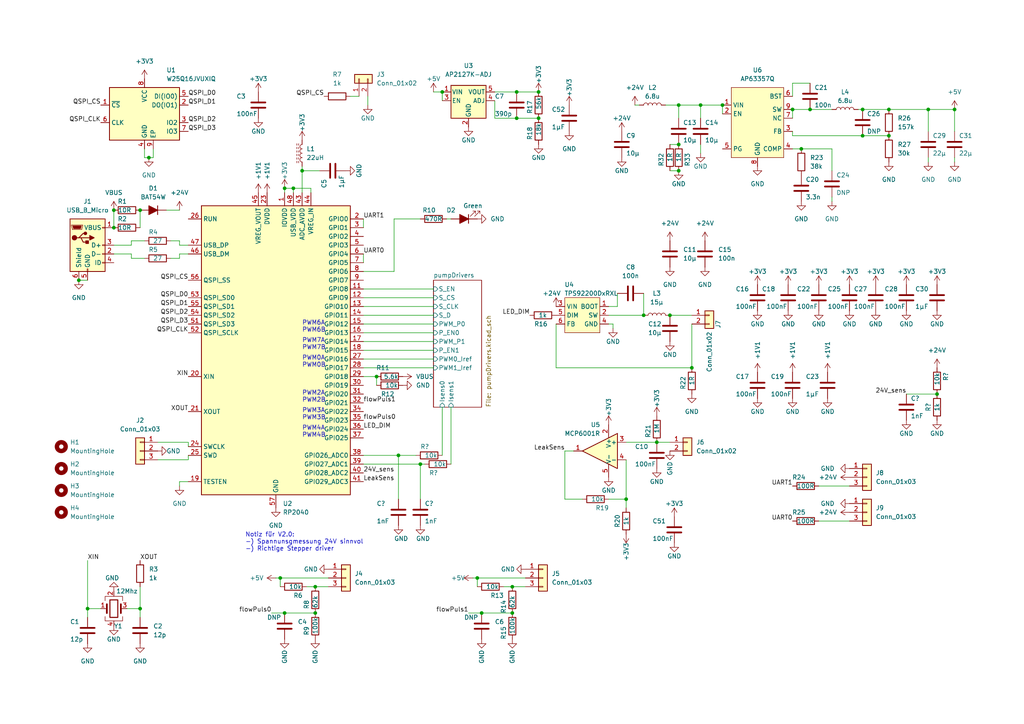
<source format=kicad_sch>
(kicad_sch (version 20230121) (generator eeschema)
  (paper "A4")
  (junction (at 194.31 91.44))
  (junction (at 200.66 106.68))
  (junction (at 82.55 177.8))
  (junction (at 234.95 31.75))
  (junction (at 203.2 30.48))
  (junction (at 196.85 41.91))
  (junction (at 209.55 30.48))
  (junction (at 229.87 31.75))
  (junction (at 196.85 49.53))
  (junction (at 250.19 31.75))
  (junction (at 190.5 128.27))
  (junction (at 156.21 26.67))
  (junction (at 148.59 170.18))
  (junction (at 276.86 31.75))
  (junction (at 40.64 60.96))
  (junction (at 40.64 176.53))
  (junction (at 138.43 167.64))
  (junction (at 22.86 81.28))
  (junction (at 33.02 66.04))
  (junction (at 181.61 144.78))
  (junction (at 156.21 34.29))
  (junction (at 82.55 54.61))
  (junction (at 109.22 109.22))
  (junction (at 87.63 49.53))
  (junction (at 196.85 30.48))
  (junction (at 148.59 177.8))
  (junction (at 257.81 31.75))
  (junction (at 33.02 60.96))
  (junction (at 269.24 31.75))
  (junction (at 43.18 45.72))
  (junction (at 91.44 170.18))
  (junction (at 232.41 43.18))
  (junction (at 121.92 134.62))
  (junction (at 85.09 54.61))
  (junction (at 128.27 26.67))
  (junction (at 257.81 39.37))
  (junction (at 25.4 176.53))
  (junction (at 250.19 39.37))
  (junction (at 149.86 34.29))
  (junction (at 186.69 91.44))
  (junction (at 91.44 177.8))
  (junction (at 271.78 114.3))
  (junction (at 81.28 167.64))
  (junction (at 115.57 132.08))
  (junction (at 149.86 26.67))
  (junction (at 139.7 177.8))
  (wire (pts (xy 248.92 31.75) (xy 250.19 31.75)))
  (wire (pts (xy 232.41 43.18) (xy 229.87 43.18)))
  (wire (pts (xy 177.8 95.25) (xy 177.8 93.98)))
  (wire (pts (xy 41.91 69.85) (xy 38.1 69.85)))
  (wire (pts (xy 203.2 30.48) (xy 209.55 30.48)))
  (wire (pts (xy 87.63 49.53) (xy 92.71 49.53)))
  (wire (pts (xy 186.69 85.09) (xy 186.69 91.44)))
  (wire (pts (xy 138.43 167.64) (xy 152.4 167.64)))
  (wire (pts (xy 105.41 104.14) (xy 125.73 104.14)))
  (wire (pts (xy 276.86 38.1) (xy 276.86 31.75)))
  (wire (pts (xy 48.26 60.96) (xy 52.07 60.96)))
  (wire (pts (xy 109.22 109.22) (xy 109.22 111.76)))
  (wire (pts (xy 106.68 27.94) (xy 106.68 30.48)))
  (wire (pts (xy 115.57 132.08) (xy 120.65 132.08)))
  (wire (pts (xy 128.27 26.67) (xy 128.27 29.21)))
  (wire (pts (xy 179.07 85.09) (xy 179.07 88.9)))
  (wire (pts (xy 105.41 106.68) (xy 125.73 106.68)))
  (wire (pts (xy 176.53 91.44) (xy 186.69 91.44)))
  (wire (pts (xy 121.92 134.62) (xy 123.19 134.62)))
  (wire (pts (xy 276.86 46.99) (xy 276.86 45.72)))
  (wire (pts (xy 105.41 86.36) (xy 125.73 86.36)))
  (wire (pts (xy 139.7 177.8) (xy 148.59 177.8)))
  (wire (pts (xy 203.2 34.29) (xy 203.2 30.48)))
  (wire (pts (xy 88.9 170.18) (xy 91.44 170.18)))
  (wire (pts (xy 161.29 106.68) (xy 200.66 106.68)))
  (wire (pts (xy 105.41 63.5) (xy 105.41 66.04)))
  (wire (pts (xy 54.61 71.12) (xy 52.07 71.12)))
  (wire (pts (xy 105.41 99.06) (xy 125.73 99.06)))
  (wire (pts (xy 203.2 44.45) (xy 203.2 41.91)))
  (wire (pts (xy 177.8 93.98) (xy 176.53 93.98)))
  (wire (pts (xy 49.53 74.93) (xy 52.07 74.93)))
  (wire (pts (xy 209.55 30.48) (xy 209.55 33.02)))
  (wire (pts (xy 137.16 167.64) (xy 138.43 167.64)))
  (wire (pts (xy 38.1 74.93) (xy 41.91 74.93)))
  (wire (pts (xy 105.41 109.22) (xy 109.22 109.22)))
  (wire (pts (xy 85.09 54.61) (xy 85.09 55.88)))
  (wire (pts (xy 130.81 134.62) (xy 130.81 118.11)))
  (wire (pts (xy 128.27 132.08) (xy 128.27 118.11)))
  (wire (pts (xy 25.4 179.07) (xy 25.4 176.53)))
  (wire (pts (xy 22.86 81.28) (xy 25.4 81.28)))
  (wire (pts (xy 196.85 34.29) (xy 196.85 30.48)))
  (wire (pts (xy 269.24 46.99) (xy 269.24 45.72)))
  (wire (pts (xy 52.07 73.66) (xy 54.61 73.66)))
  (wire (pts (xy 190.5 128.27) (xy 194.31 128.27)))
  (wire (pts (xy 138.43 167.64) (xy 138.43 170.18)))
  (wire (pts (xy 229.87 27.94) (xy 229.87 24.13)))
  (wire (pts (xy 82.55 177.8) (xy 91.44 177.8)))
  (wire (pts (xy 81.28 167.64) (xy 95.25 167.64)))
  (wire (pts (xy 105.41 96.52) (xy 125.73 96.52)))
  (wire (pts (xy 250.19 31.75) (xy 257.81 31.75)))
  (wire (pts (xy 194.31 41.91) (xy 196.85 41.91)))
  (wire (pts (xy 193.04 30.48) (xy 196.85 30.48)))
  (wire (pts (xy 105.41 73.66) (xy 105.41 76.2)))
  (wire (pts (xy 143.51 29.21) (xy 143.51 34.29)))
  (wire (pts (xy 149.86 34.29) (xy 156.21 34.29)))
  (wire (pts (xy 91.44 170.18) (xy 95.25 170.18)))
  (wire (pts (xy 40.64 60.96) (xy 40.64 66.04)))
  (wire (pts (xy 184.15 30.48) (xy 185.42 30.48)))
  (wire (pts (xy 115.57 144.78) (xy 115.57 132.08)))
  (wire (pts (xy 129.54 63.5) (xy 130.81 63.5)))
  (wire (pts (xy 87.63 49.53) (xy 87.63 55.88)))
  (wire (pts (xy 135.89 177.8) (xy 139.7 177.8)))
  (wire (pts (xy 54.61 129.54) (xy 54.61 128.27)))
  (wire (pts (xy 143.51 26.67) (xy 149.86 26.67)))
  (wire (pts (xy 38.1 69.85) (xy 38.1 71.12)))
  (wire (pts (xy 40.64 176.53) (xy 40.64 179.07)))
  (wire (pts (xy 52.07 140.97) (xy 52.07 139.7)))
  (wire (pts (xy 229.87 39.37) (xy 250.19 39.37)))
  (wire (pts (xy 90.17 54.61) (xy 90.17 55.88)))
  (wire (pts (xy 276.86 31.75) (xy 269.24 31.75)))
  (wire (pts (xy 85.09 54.61) (xy 90.17 54.61)))
  (wire (pts (xy 52.07 74.93) (xy 52.07 73.66)))
  (wire (pts (xy 125.73 26.67) (xy 128.27 26.67)))
  (wire (pts (xy 146.05 170.18) (xy 148.59 170.18)))
  (wire (pts (xy 78.74 177.8) (xy 82.55 177.8)))
  (wire (pts (xy 229.87 24.13) (xy 234.95 24.13)))
  (wire (pts (xy 87.63 48.26) (xy 87.63 49.53)))
  (wire (pts (xy 163.83 130.81) (xy 166.37 130.81)))
  (wire (pts (xy 181.61 144.78) (xy 181.61 147.32)))
  (wire (pts (xy 41.91 45.72) (xy 43.18 45.72)))
  (wire (pts (xy 105.41 83.82) (xy 125.73 83.82)))
  (wire (pts (xy 105.41 88.9) (xy 125.73 88.9)))
  (wire (pts (xy 148.59 170.18) (xy 152.4 170.18)))
  (wire (pts (xy 82.55 54.61) (xy 82.55 55.88)))
  (wire (pts (xy 41.91 43.18) (xy 41.91 45.72)))
  (wire (pts (xy 45.72 133.35) (xy 54.61 133.35)))
  (wire (pts (xy 121.92 134.62) (xy 121.92 144.78)))
  (wire (pts (xy 82.55 54.61) (xy 85.09 54.61)))
  (wire (pts (xy 105.41 101.6) (xy 125.73 101.6)))
  (wire (pts (xy 241.3 58.42) (xy 241.3 57.15)))
  (wire (pts (xy 52.07 69.85) (xy 49.53 69.85)))
  (wire (pts (xy 114.3 63.5) (xy 121.92 63.5)))
  (wire (pts (xy 269.24 31.75) (xy 269.24 38.1)))
  (wire (pts (xy 149.86 26.67) (xy 156.21 26.67)))
  (wire (pts (xy 44.45 45.72) (xy 44.45 43.18)))
  (wire (pts (xy 200.66 93.98) (xy 200.66 106.68)))
  (wire (pts (xy 229.87 38.1) (xy 229.87 39.37)))
  (wire (pts (xy 54.61 133.35) (xy 54.61 132.08)))
  (wire (pts (xy 33.02 66.04) (xy 33.02 60.96)))
  (wire (pts (xy 179.07 88.9) (xy 176.53 88.9)))
  (wire (pts (xy 52.07 71.12) (xy 52.07 69.85)))
  (wire (pts (xy 40.64 170.18) (xy 40.64 176.53)))
  (wire (pts (xy 194.31 91.44) (xy 200.66 91.44)))
  (wire (pts (xy 36.83 176.53) (xy 40.64 176.53)))
  (wire (pts (xy 80.01 167.64) (xy 81.28 167.64)))
  (wire (pts (xy 196.85 30.48) (xy 203.2 30.48)))
  (wire (pts (xy 241.3 43.18) (xy 232.41 43.18)))
  (wire (pts (xy 25.4 176.53) (xy 29.21 176.53)))
  (wire (pts (xy 168.91 144.78) (xy 163.83 144.78)))
  (wire (pts (xy 181.61 133.35) (xy 181.61 144.78)))
  (wire (pts (xy 105.41 132.08) (xy 115.57 132.08)))
  (wire (pts (xy 81.28 167.64) (xy 81.28 170.18)))
  (wire (pts (xy 241.3 49.53) (xy 241.3 43.18)))
  (wire (pts (xy 194.31 49.53) (xy 196.85 49.53)))
  (wire (pts (xy 176.53 144.78) (xy 181.61 144.78)))
  (wire (pts (xy 234.95 31.75) (xy 241.3 31.75)))
  (wire (pts (xy 105.41 91.44) (xy 125.73 91.44)))
  (wire (pts (xy 250.19 39.37) (xy 257.81 39.37)))
  (wire (pts (xy 229.87 34.29) (xy 229.87 31.75)))
  (wire (pts (xy 143.51 34.29) (xy 149.86 34.29)))
  (wire (pts (xy 181.61 128.27) (xy 190.5 128.27)))
  (wire (pts (xy 229.87 31.75) (xy 234.95 31.75)))
  (wire (pts (xy 262.89 114.3) (xy 271.78 114.3)))
  (wire (pts (xy 38.1 73.66) (xy 38.1 74.93)))
  (wire (pts (xy 257.81 31.75) (xy 269.24 31.75)))
  (wire (pts (xy 54.61 128.27) (xy 45.72 128.27)))
  (wire (pts (xy 105.41 134.62) (xy 121.92 134.62)))
  (wire (pts (xy 105.41 78.74) (xy 114.3 78.74)))
  (wire (pts (xy 52.07 139.7) (xy 54.61 139.7)))
  (wire (pts (xy 33.02 73.66) (xy 38.1 73.66)))
  (wire (pts (xy 114.3 63.5) (xy 114.3 78.74)))
  (wire (pts (xy 38.1 71.12) (xy 33.02 71.12)))
  (wire (pts (xy 43.18 45.72) (xy 44.45 45.72)))
  (wire (pts (xy 163.83 144.78) (xy 163.83 130.81)))
  (wire (pts (xy 101.6 27.94) (xy 104.14 27.94)))
  (wire (pts (xy 105.41 93.98) (xy 125.73 93.98)))
  (wire (pts (xy 237.49 151.13) (xy 246.38 151.13)))
  (wire (pts (xy 161.29 93.98) (xy 161.29 106.68)))
  (wire (pts (xy 237.49 140.97) (xy 246.38 140.97)))
  (wire (pts (xy 25.4 162.56) (xy 25.4 176.53)))
  (text "Notiz für V2.0:\n-) Spannunsgmessung 24V sinnvol\n-) Richtige Stepper driver" (at 71.12 160.02 0) (effects (font (size 1.27 1.27)) (justify left bottom)))
  (text "PWM3A\nPWM3B" (at 87.63 121.92 0) (effects (font (size 1.27 1.27)) (justify left bottom)))
  (text "PWM6A\nPWM6B" (at 87.63 96.52 0) (effects (font (size 1.27 1.27)) (justify left bottom)))
  (text "PWM7A\nPWM7B" (at 87.63 101.6 0) (effects (font (size 1.27 1.27)) (justify left bottom)))
  (text "PWM0A\nPWM0B" (at 87.63 106.68 0) (effects (font (size 1.27 1.27)) (justify left bottom)))
  (text "PWM4A\nPWM4B" (at 87.63 127 0) (effects (font (size 1.27 1.27)) (justify left bottom)))
  (text "PWM2A\nPWM2B" (at 87.63 116.84 0) (effects (font (size 1.27 1.27)) (justify left bottom)))
  (label "flowPuls1" (at 105.41 116.84 0))
  (label "QSPI_CS" (at 54.61 81.28 180))
  (label "XOUT" (at 54.61 119.38 180))
  (label "UART1" (at 105.41 63.5 0))
  (label "flowPuls0" (at 78.74 177.8 180))
  (label "XIN" (at 54.61 109.22 180))
  (label "UART1" (at 229.87 140.97 180))
  (label "QSPI_CS" (at 93.98 27.94 180))
  (label "flowPuls1" (at 135.89 177.8 180))
  (label "QSPI_D2" (at 54.61 91.44 180))
  (label "QSPI_D1" (at 54.61 88.9 180))
  (label "QSPI_CS" (at 29.21 30.48 180))
  (label "LED_DIM" (at 105.41 124.46 0))
  (label "24V_sens" (at 105.41 137.16 0))
  (label "QSPI_D0" (at 54.61 86.36 180))
  (label "QSPI_D3" (at 54.61 38.1 0))
  (label "QSPI_D2" (at 54.61 35.56 0))
  (label "QSPI_D1" (at 54.61 30.48 0))
  (label "QSPI_CLK" (at 54.61 96.52 180))
  (label "UART0" (at 229.87 151.13 180))
  (label "LeakSens" (at 105.41 139.7 0))
  (label "QSPI_D3" (at 54.61 93.98 180))
  (label "QSPI_CLK" (at 29.21 35.56 180))
  (label "LED_DIM" (at 153.67 91.44 180))
  (label "QSPI_D0" (at 54.61 27.94 0))
  (label "XOUT" (at 40.64 162.56 0))
  (label "XIN" (at 25.4 162.56 0))
  (label "24V_sens" (at 262.89 114.3 180))
  (label "UART0" (at 105.41 73.66 0))
  (label "flowPuls0" (at 105.41 121.92 0))
  (label "LeakSens" (at 163.83 130.81 180))
  (symbol (lib_id "Connector_Generic:Conn_01x02") (at 205.74 91.44 0) (unit 1)
    (property "Reference" "J7" (at 208.28 95.25 90) (effects (justify left)))
    (property "Value" "Conn_01x02" (at 205.74 107.95 90) (effects (justify left)))
    (property "Footprint" "Connector_JST:JST_EH_B2B-EH-A_1x02_P2.50mm_Vertical" (effects hide))
  )
  (symbol (lib_id "power:GND") (at 194.31 130.81 0) (unit 1)
    (property "Reference" "#PWR0109" (effects hide))
    (property "Value" "GND" (at 194.31 135.89 90))
  )
  (symbol (lib_id "Device:L") (at 245.11 31.75 90) (unit 1)
    (property "Reference" "L4" (at 245.11 26.67 90))
    (property "Value" "6.8u" (at 245.11 29.21 90))
    (property "Footprint" "Inductor_SMD:L_Taiyo-Yuden_NR-30xx" (effects hide))
    (property "HTN" "NR3015T6R8M" (effects hide))
  )
  (symbol (lib_id "power:GND") (at 82.55 185.42 0) (unit 1)
    (property "Reference" "#PWR0173" (effects hide))
    (property "Value" "GND" (at 82.55 190.5 90))
  )
  (symbol (lib_id "power:GND") (at 91.44 185.42 0) (unit 1)
    (property "Reference" "#PWR0179" (effects hide))
    (property "Value" "GND" (at 91.44 190.5 90))
  )
  (symbol (lib_id "power:GND") (at 257.81 46.99 0) (unit 1)
    (property "Reference" "#PWR0102" (effects hide))
    (property "Value" "GND" (at 257.81 52.07 0))
  )
  (symbol (lib_id "Device:C") (at 194.31 95.25 180) (unit 1)
    (property "Reference" "C12" (at 187.96 93.98 0) (effects (justify right)))
    (property "Value" "10µ" (at 187.96 96.52 0) (effects (justify right)))
    (property "Footprint" "Capacitor_SMD:C_1210_3225Metric" (effects hide))
    (property "Voltage" "50V" (effects hide))
  )
  (symbol (lib_id "power:+3V3") (at 156.21 26.67 0) (unit 1)
    (property "Reference" "#PWR0121" (effects hide))
    (property "Value" "+3V3" (at 156.21 21.59 90))
  )
  (symbol (lib_id "Connector_Generic:Conn_01x03") (at 251.46 138.43 0) (unit 1)
    (property "Reference" "J8" (at 254 137.1599 0) (effects (justify left)))
    (property "Value" "Conn_01x03" (at 254 139.6999 0) (effects (justify left)))
    (property "Footprint" "Connector_Molex:Molex_KK-254_AE-6410-03A_1x03_P2.54mm_Vertical" (effects hide))
  )
  (symbol (lib_id "power:GND") (at 177.8 95.25 0) (unit 1)
    (property "Reference" "#PWR0113" (effects hide))
    (property "Value" "GND" (at 177.8 99.06 0))
  )
  (symbol (lib_id "Device:C") (at 115.57 148.59 0) (unit 1)
    (property "Reference" "C?" (at 109.22 146.05 0) (effects (justify left)))
    (property "Value" "1nF" (at 109.22 151.13 0) (effects (justify left)))
    (property "Footprint" "Capacitor_SMD:C_0603_1608Metric" (effects hide))
  )
  (symbol (lib_id "power:GND") (at 241.3 58.42 0) (unit 1)
    (property "Reference" "#PWR0154" (effects hide))
    (property "Value" "GND" (at 241.3 63.5 0))
  )
  (symbol (lib_id "power:+3V3") (at 176.53 123.19 0) (unit 1)
    (property "Reference" "#PWR0110" (effects hide))
    (property "Value" "+3V3" (at 176.53 118.11 90))
  )
  (symbol (lib_id "Device:Crystal_GND24") (at 33.02 176.53 0) (unit 1)
    (property "Reference" "Y1" (at 34.29 181.61 0))
    (property "Value" "12Mhz" (at 36.83 171.45 0))
    (property "Footprint" "Crystal:Crystal_SMD_2520-4Pin_2.5x2.0mm" (effects hide))
    (property "HTN" "ECS-120-12-36-AGN-TR3" (effects hide))
  )
  (symbol (lib_id "Device:C") (at 232.41 54.61 180) (unit 1)
    (property "Reference" "C20" (at 233.68 52.07 0) (effects (justify right)))
    (property "Value" "3.3n" (at 233.68 57.15 0) (effects (justify right)))
    (property "Footprint" "Capacitor_SMD:C_0603_1608Metric" (effects hide))
  )
  (symbol (lib_id "Device:R") (at 148.59 173.99 0) (unit 1)
    (property "Reference" "R14" (at 146.05 173.99 90) (effects (justify right)))
    (property "Value" "62k" (at 148.59 172.72 90) (effects (justify right)))
    (property "Footprint" "Resistor_SMD:R_0603_1608Metric" (effects hide))
  )
  (symbol (lib_id "power:GND") (at 194.31 99.06 0) (unit 1)
    (property "Reference" "#PWR0118" (effects hide))
    (property "Value" "GND" (at 194.31 102.87 0))
  )
  (symbol (lib_id "Device:C") (at 237.49 86.36 0) (unit 1)
    (property "Reference" "C22" (at 231.14 83.82 0) (effects (justify left)))
    (property "Value" "100nF" (at 231.14 88.9 0) (effects (justify left)))
    (property "Footprint" "Capacitor_SMD:C_0603_1608Metric" (effects hide))
  )
  (symbol (lib_id "power:+1V1") (at 77.47 55.88 0) (unit 1)
    (property "Reference" "#PWR0159" (effects hide))
    (property "Value" "+1V1" (at 77.47 49.53 90))
  )
  (symbol (lib_id "Connector_Generic:Conn_01x03") (at 251.46 148.59 0) (unit 1)
    (property "Reference" "J9" (at 254 147.3199 0) (effects (justify left)))
    (property "Value" "Conn_01x03" (at 254 149.8599 0) (effects (justify left)))
    (property "Footprint" "Connector_Molex:Molex_KK-254_AE-6410-03A_1x03_P2.54mm_Vertical" (effects hide))
  )
  (symbol (lib_id "power:GND") (at 246.38 90.17 0) (unit 1)
    (property "Reference" "#PWR0137" (effects hide))
    (property "Value" "GND" (at 246.38 93.98 0))
  )
  (symbol (lib_id "Device:R") (at 172.72 144.78 90) (unit 1)
    (property "Reference" "R19" (at 172.72 147.32 90) (effects (justify right)))
    (property "Value" "10k" (at 171.45 144.78 90) (effects (justify right)))
    (property "Footprint" "Resistor_SMD:R_0603_1608Metric" (effects hide))
  )
  (symbol (lib_id "power:+3V3") (at 228.6 82.55 0) (unit 1)
    (property "Reference" "#PWR0143" (effects hide))
    (property "Value" "+3V3" (at 228.6 78.74 0))
  )
  (symbol (lib_id "Device:D_Filled") (at 44.45 60.96 180) (unit 1)
    (property "Reference" "D1" (at 44.45 54.61 0))
    (property "Value" "BAT54W" (at 44.45 57.15 0))
    (property "Footprint" "Diode_SMD:D_SOD-323" (effects hide))
  )
  (symbol (lib_id "Device:R") (at 45.72 74.93 90) (unit 1)
    (property "Reference" "R5" (at 44.45 72.39 90))
    (property "Value" "27" (at 45.72 74.93 90))
    (property "Footprint" "Resistor_SMD:R_0603_1608Metric" (effects hide))
  )
  (symbol (lib_id "power:GND") (at 152.4 165.1 270) (unit 1)
    (property "Reference" "#PWR0105" (effects hide))
    (property "Value" "GND" (at 147.32 165.1 90))
  )
  (symbol (lib_id "power:GND") (at 40.64 186.69 0) (unit 1)
    (property "Reference" "#PWR0172" (effects hide))
    (property "Value" "GND" (at 40.64 191.77 0))
  )
  (symbol (lib_id "power:+1V1") (at 240.03 107.95 0) (unit 1)
    (property "Reference" "#PWR0147" (effects hide))
    (property "Value" "+1V1" (at 240.03 101.6 90))
  )
  (symbol (lib_id "Device:R") (at 91.44 173.99 0) (unit 1)
    (property "Reference" "R8" (at 88.9 173.99 90) (effects (justify right)))
    (property "Value" "62k" (at 91.44 172.72 90) (effects (justify right)))
    (property "Footprint" "Resistor_SMD:R_0603_1608Metric" (effects hide))
  )
  (symbol (lib_id "power:GND") (at 121.92 152.4 0) (unit 1)
    (property "Reference" "#PWR?" (effects hide))
    (property "Value" "GND" (at 120.65 156.21 0) (effects (justify left)))
  )
  (symbol (lib_id "Device:R") (at 156.21 38.1 180) (unit 1)
    (property "Reference" "R18" (at 153.67 40.64 90) (effects (justify right)))
    (property "Value" "18k" (at 156.21 39.37 90) (effects (justify right)))
    (property "Footprint" "Resistor_SMD:R_0603_1608Metric" (effects hide))
  )
  (symbol (lib_id "Device:C") (at 25.4 182.88 0) (unit 1)
    (property "Reference" "C1" (at 20.32 180.34 0) (effects (justify left)))
    (property "Value" "12p" (at 20.32 185.42 0) (effects (justify left)))
    (property "Footprint" "Capacitor_SMD:C_0603_1608Metric" (effects hide))
  )
  (symbol (lib_id "power:GND") (at 25.4 186.69 0) (unit 1)
    (property "Reference" "#PWR0171" (effects hide))
    (property "Value" "GND" (at 25.4 191.77 0))
  )
  (symbol (lib_id "power:GND") (at 156.21 41.91 0) (unit 1)
    (property "Reference" "#PWR0125" (effects hide))
    (property "Value" "GND" (at 156.21 45.72 0))
  )
  (symbol (lib_id "Mechanical:MountingHole") (at 17.78 148.59 0) (unit 1)
    (property "Reference" "H4" (at 20.32 147.3199 0) (effects (justify left)))
    (property "Value" "MountingHole" (at 20.32 149.8599 0) (effects (justify left)))
    (property "Footprint" "MountingHole:MountingHole_3.2mm_M3_DIN965" (effects hide))
  )
  (symbol (lib_id "Device:R") (at 232.41 46.99 0) (unit 1)
    (property "Reference" "R23" (at 234.95 45.7199 0) (effects (justify left)))
    (property "Value" "38k" (at 234.95 48.2599 0) (effects (justify left)))
    (property "Footprint" "Resistor_SMD:R_0603_1608Metric" (effects hide))
  )
  (symbol (lib_id "power:GND") (at 176.53 138.43 0) (unit 1)
    (property "Reference" "#PWR0107" (effects hide))
    (property "Value" "GND" (at 176.53 142.24 0))
  )
  (symbol (lib_id "Device:LED_Filled") (at 134.62 63.5 180) (unit 1)
    (property "Reference" "D2" (at 130.81 60.96 0))
    (property "Value" "Green" (at 137.16 59.69 0))
    (property "Footprint" "LED_SMD:LED_0603_1608Metric" (effects hide))
  )
  (symbol (lib_id "power:GND") (at 22.86 81.28 0) (unit 1)
    (property "Reference" "#PWR0185" (effects hide))
    (property "Value" "GND" (at 22.86 86.36 0))
  )
  (symbol (lib_id "power:VBUS") (at 116.84 109.22 270) (unit 1)
    (property "Reference" "#PWR0177" (effects hide))
    (property "Value" "VBUS" (at 120.65 109.2199 90) (effects (justify left)))
  )
  (symbol (lib_id "Device:C") (at 229.87 111.76 0) (unit 1)
    (property "Reference" "C19" (at 223.52 109.22 0) (effects (justify left)))
    (property "Value" "100nF" (at 223.52 114.3 0) (effects (justify left)))
    (property "Footprint" "Capacitor_SMD:C_0603_1608Metric" (effects hide))
  )
  (symbol (lib_id "Device:R") (at 157.48 91.44 90) (unit 1)
    (property "Reference" "R16" (at 154.94 93.98 90) (effects (justify right)))
    (property "Value" "1k" (at 156.21 91.44 90) (effects (justify right)))
    (property "Footprint" "Resistor_SMD:R_0603_1608Metric" (effects hide))
  )
  (symbol (lib_id "power:GND") (at 43.18 45.72 0) (unit 1)
    (property "Reference" "#PWR0165" (effects hide))
    (property "Value" "GND" (at 43.18 50.8 0))
  )
  (symbol (lib_id "Device:C") (at 82.55 181.61 0) (unit 1)
    (property "Reference" "C4" (at 86.36 180.3399 0) (effects (justify left)))
    (property "Value" "DNP" (at 77.47 179.07 0) (effects (justify left)))
    (property "Footprint" "Capacitor_SMD:C_0603_1608Metric" (effects hide))
  )
  (symbol (lib_id "power:+3V3") (at 271.78 82.55 0) (unit 1)
    (property "Reference" "#PWR0130" (effects hide))
    (property "Value" "+3V3" (at 271.78 78.74 0))
  )
  (symbol (lib_id "power:GND") (at 229.87 115.57 0) (unit 1)
    (property "Reference" "#PWR0146" (effects hide))
    (property "Value" "GND" (at 229.87 119.38 0))
  )
  (symbol (lib_id "Device:R") (at 148.59 181.61 0) (unit 1)
    (property "Reference" "R15" (at 146.05 181.61 90) (effects (justify right)))
    (property "Value" "100k" (at 148.59 179.07 90) (effects (justify right)))
    (property "Footprint" "Resistor_SMD:R_0603_1608Metric" (effects hide))
  )
  (symbol (lib_id "power:GND") (at 106.68 30.48 0) (unit 1)
    (property "Reference" "#PWR0176" (effects hide))
    (property "Value" "GND" (at 106.68 34.29 0))
  )
  (symbol (lib_id "power:+3V3") (at 41.91 22.86 0) (unit 1)
    (property "Reference" "#PWR0157" (effects hide))
    (property "Value" "+3V3" (at 41.91 17.78 0))
  )
  (symbol (lib_id "power:GND") (at 100.33 49.53 90) (unit 1)
    (property "Reference" "#PWR0174" (effects hide))
    (property "Value" "GND" (at 104.14 49.53 0))
  )
  (symbol (lib_id "power:+24V") (at 180.34 38.1 0) (unit 1)
    (property "Reference" "#PWR0123" (effects hide))
    (property "Value" "+24V" (at 180.34 34.29 0))
  )
  (symbol (lib_id "Bergi:TPS92200DxRXL") (at 168.91 91.44 0) (unit 1)
    (property "Reference" "U4" (at 165.1 82.55 0))
    (property "Value" "TPS92200DxRXL" (at 171.45 85.09 0))
    (property "Footprint" "Bergi:VQFN-HR" (effects hide))
  )
  (symbol (lib_id "Connector_Generic:Conn_01x02") (at 199.39 128.27 0) (unit 1)
    (property "Reference" "J6" (at 201.93 128.2699 0) (effects (justify left)))
    (property "Value" "Conn_01x02" (at 201.93 130.8099 0) (effects (justify left)))
    (property "Footprint" "Connector_JST:JST_EH_B2B-EH-A_1x02_P2.50mm_Vertical" (effects hide))
  )
  (symbol (lib_id "power:+24V") (at 246.38 148.59 90) (unit 1)
    (property "Reference" "#PWR0152" (effects hide))
    (property "Value" "+24V" (at 237.49 148.59 90) (effects (justify right)))
  )
  (symbol (lib_id "power:GND") (at 190.5 135.89 0) (unit 1)
    (property "Reference" "#PWR0108" (effects hide))
    (property "Value" "GND" (at 190.5 139.7 0))
  )
  (symbol (lib_id "Device:R") (at 271.78 110.49 180) (unit 1)
    (property "Reference" "R?" (at 274.32 110.49 90) (effects (justify right)))
    (property "Value" "10k" (at 271.78 111.76 90) (effects (justify right)))
    (property "Footprint" "Resistor_SMD:R_0603_1608Metric" (effects hide))
  )
  (symbol (lib_id "power:+3V3") (at 237.49 82.55 0) (unit 1)
    (property "Reference" "#PWR0145" (effects hide))
    (property "Value" "+3V3" (at 237.49 78.74 0))
  )
  (symbol (lib_id "power:+5V") (at 125.73 26.67 0) (unit 1)
    (property "Reference" "#PWR0122" (effects hide))
    (property "Value" "+5V" (at 125.73 22.86 0))
  )
  (symbol (lib_id "Device:R") (at 124.46 132.08 90) (unit 1)
    (property "Reference" "R?" (at 121.92 129.54 90) (effects (justify right)))
    (property "Value" "10k" (at 123.19 132.08 90) (effects (justify right)))
    (property "Footprint" "Resistor_SMD:R_0603_1608Metric" (effects hide))
  )
  (symbol (lib_id "Device:R") (at 36.83 60.96 270) (unit 1)
    (property "Reference" "R1" (at 36.83 58.42 90) (effects (justify right)))
    (property "Value" "10R" (at 38.1 60.96 90) (effects (justify right)))
    (property "Footprint" "Resistor_SMD:R_0603_1608Metric" (effects hide))
  )
  (symbol (lib_id "Device:C") (at 219.71 86.36 0) (unit 1)
    (property "Reference" "C16" (at 213.36 83.82 0) (effects (justify left)))
    (property "Value" "100nF" (at 213.36 88.9 0) (effects (justify left)))
    (property "Footprint" "Capacitor_SMD:C_0603_1608Metric" (effects hide))
  )
  (symbol (lib_id "Device:R") (at 233.68 140.97 270) (unit 1)
    (property "Reference" "R24" (at 233.68 138.43 90) (effects (justify right)))
    (property "Value" "100R" (at 236.22 140.97 90) (effects (justify right)))
    (property "Footprint" "Resistor_SMD:R_0603_1608Metric" (effects hide))
  )
  (symbol (lib_id "MCU_RaspberryPi:RP2040") (at 80.01 101.6 0) (unit 1)
    (property "Reference" "U2" (at 82.0294 146.05 0) (effects (justify left)))
    (property "Value" "RP2040" (at 82.0294 148.59 0) (effects (justify left)))
    (property "Footprint" "Package_DFN_QFN:QFN-56-1EP_7x7mm_P0.4mm_EP3.2x3.2mm" (effects hide))
    (property "Datasheet" "https://datasheets.raspberrypi.com/rp2040/rp2040-datasheet.pdf" (effects hide))
  )
  (symbol (lib_id "Device:R") (at 142.24 170.18 90) (unit 1)
    (property "Reference" "R13" (at 142.24 172.72 90) (effects (justify right)))
    (property "Value" "10k" (at 140.97 170.18 90) (effects (justify right)))
    (property "Footprint" "Resistor_SMD:R_0603_1608Metric" (effects hide))
  )
  (symbol (lib_id "Device:C") (at 203.2 38.1 180) (unit 1)
    (property "Reference" "C14" (at 204.47 35.56 0) (effects (justify right)))
    (property "Value" "10µ" (at 204.47 40.64 0) (effects (justify right)))
    (property "Footprint" "Capacitor_SMD:C_1210_3225Metric" (effects hide))
  )
  (symbol (lib_id "power:+24V") (at 246.38 138.43 90) (unit 1)
    (property "Reference" "#PWR0150" (effects hide))
    (property "Value" "+24V" (at 237.49 138.43 90) (effects (justify right)))
  )
  (symbol (lib_id "power:GND") (at 80.01 147.32 0) (unit 1)
    (property "Reference" "#PWR0168" (effects hide))
    (property "Value" "GND" (at 80.01 152.4 0))
  )
  (symbol (lib_id "power:+3V3") (at 74.93 26.67 0) (unit 1)
    (property "Reference" "#PWR0162" (effects hide))
    (property "Value" "+3V3" (at 74.93 22.86 0))
  )
  (symbol (lib_id "Connector:USB_B_Micro") (at 25.4 71.12 0) (unit 1)
    (property "Reference" "J1" (at 25.4 58.42 0))
    (property "Value" "USB_B_Micro" (at 25.4 60.96 0))
    (property "Footprint" "Connector_USB:USB_Micro-B_GCT_USB3076-30-A" (effects hide))
    (property "HTN" "USB3076-30, USB3075-30" (effects hide))
  )
  (symbol (lib_id "power:GND") (at 33.02 181.61 0) (unit 1)
    (property "Reference" "#PWR0170" (effects hide))
    (property "Value" "GND" (at 33.02 185.42 0))
  )
  (symbol (lib_id "power:GND") (at 246.38 135.89 270) (unit 1)
    (property "Reference" "#PWR0151" (effects hide))
    (property "Value" "GND" (at 240.03 135.89 90))
  )
  (symbol (lib_id "Device:R") (at 127 134.62 90) (unit 1)
    (property "Reference" "R?" (at 124.46 137.16 90) (effects (justify right)))
    (property "Value" "10k" (at 125.73 134.62 90) (effects (justify right)))
    (property "Footprint" "Resistor_SMD:R_0603_1608Metric" (effects hide))
  )
  (symbol (lib_id "Device:C") (at 250.19 35.56 180) (unit 1)
    (property "Reference" "C26" (at 251.46 33.02 0) (effects (justify right)))
    (property "Value" "DNP" (at 251.46 38.1 0) (effects (justify right)))
    (property "Footprint" "Capacitor_SMD:C_0603_1608Metric" (effects hide))
  )
  (symbol (lib_id "power:GND") (at 269.24 46.99 0) (unit 1)
    (property "Reference" "#PWR0104" (effects hide))
    (property "Value" "GND" (at 269.24 52.07 0))
  )
  (symbol (lib_id "power:VBUS") (at 33.02 60.96 0) (unit 1)
    (property "Reference" "#PWR0163" (effects hide))
    (property "Value" "VBUS" (at 33.02 55.88 0))
  )
  (symbol (lib_id "Device:R") (at 45.72 69.85 90) (unit 1)
    (property "Reference" "R4" (at 44.45 67.31 90))
    (property "Value" "27" (at 45.72 69.85 90))
    (property "Footprint" "Resistor_SMD:R_0603_1608Metric" (effects hide))
  )
  (symbol (lib_id "Device:C") (at 204.47 73.66 180) (unit 1)
    (property "Reference" "C15" (at 208.28 72.3899 0) (effects (justify right)))
    (property "Value" "100n" (at 208.28 74.9299 0) (effects (justify right)))
    (property "Footprint" "Capacitor_SMD:C_0603_1608Metric" (effects hide))
  )
  (symbol (lib_id "Device:L") (at 189.23 30.48 90) (unit 1)
    (property "Reference" "L2" (at 189.23 25.4 90))
    (property "Value" "6.8u" (at 189.23 27.94 90))
    (property "Footprint" "Inductor_SMD:L_Taiyo-Yuden_NR-30xx" (effects hide))
    (property "HTN" "NR3015T6R8M" (effects hide))
  )
  (symbol (lib_id "power:+24V") (at 52.07 60.96 0) (unit 1)
    (property "Reference" "#PWR0164" (effects hide))
    (property "Value" "+24V" (at 52.07 55.88 0))
  )
  (symbol (lib_id "Device:R") (at 85.09 170.18 90) (unit 1)
    (property "Reference" "R6" (at 85.09 172.72 90) (effects (justify right)))
    (property "Value" "10k" (at 83.82 170.18 90) (effects (justify right)))
    (property "Footprint" "Resistor_SMD:R_0603_1608Metric" (effects hide))
  )
  (symbol (lib_id "Mechanical:MountingHole") (at 17.78 142.24 0) (unit 1)
    (property "Reference" "H3" (at 20.32 140.9699 0) (effects (justify left)))
    (property "Value" "MountingHole" (at 20.32 143.5099 0) (effects (justify left)))
    (property "Footprint" "MountingHole:MountingHole_3.2mm_M3_DIN965" (effects hide))
  )
  (symbol (lib_id "Device:R") (at 200.66 110.49 0) (unit 1)
    (property "Reference" "R22" (at 198.12 113.03 90) (effects (justify left)))
    (property "Value" "1R" (at 200.66 111.76 90) (effects (justify left)))
    (property "Footprint" "Resistor_SMD:R_0603_1608Metric" (effects hide))
  )
  (symbol (lib_id "power:+3V3") (at 219.71 82.55 0) (unit 1)
    (property "Reference" "#PWR0142" (effects hide))
    (property "Value" "+3V3" (at 219.71 78.74 0))
  )
  (symbol (lib_id "power:GND") (at 276.86 46.99 0) (unit 1)
    (property "Reference" "#PWR0103" (effects hide))
    (property "Value" "GND" (at 276.86 52.07 0))
  )
  (symbol (lib_id "power:GND") (at 271.78 90.17 0) (unit 1)
    (property "Reference" "#PWR0131" (effects hide))
    (property "Value" "GND" (at 271.78 93.98 0))
  )
  (symbol (lib_id "power:+24V") (at 204.47 69.85 0) (unit 1)
    (property "Reference" "#PWR0116" (effects hide))
    (property "Value" "+24V" (at 204.47 64.77 0))
  )
  (symbol (lib_id "Device:R") (at 113.03 109.22 270) (unit 1)
    (property "Reference" "R11" (at 113.03 106.68 90) (effects (justify right)))
    (property "Value" "5.6k" (at 115.57 109.22 90) (effects (justify right)))
    (property "Footprint" "Resistor_SMD:R_0603_1608Metric" (effects hide))
  )
  (symbol (lib_id "Device:R") (at 181.61 151.13 180) (unit 1)
    (property "Reference" "R20" (at 179.07 151.13 90))
    (property "Value" "1k" (at 181.61 151.13 90))
    (property "Footprint" "Resistor_SMD:R_0603_1608Metric" (effects hide))
  )
  (symbol (lib_id "power:+24V") (at 271.78 106.68 0) (unit 1)
    (property "Reference" "#PWR?" (effects hide))
    (property "Value" "+24V" (at 271.78 101.6 0))
  )
  (symbol (lib_id "Device:R") (at 36.83 66.04 270) (unit 1)
    (property "Reference" "R2" (at 36.83 63.5 90) (effects (justify right)))
    (property "Value" "10R" (at 38.1 66.04 90) (effects (justify right)))
    (property "Footprint" "Resistor_SMD:R_0603_1608Metric" (effects hide))
  )
  (symbol (lib_id "Connector_Generic:Conn_01x03") (at 100.33 167.64 0) (unit 1)
    (property "Reference" "J4" (at 102.87 166.3699 0) (effects (justify left)))
    (property "Value" "Conn_01x03" (at 102.87 168.9099 0) (effects (justify left)))
    (property "Footprint" "Connector_JST:JST_EH_B3B-EH-A_1x03_P2.50mm_Vertical" (effects hide))
  )
  (symbol (lib_id "power:+1V1") (at 229.87 107.95 0) (unit 1)
    (property "Reference" "#PWR0149" (effects hide))
    (property "Value" "+1V1" (at 229.87 101.6 90))
  )
  (symbol (lib_id "Device:C") (at 276.86 41.91 180) (unit 1)
    (property "Reference" "C31" (at 278.13 39.37 0) (effects (justify right)))
    (property "Value" "22µ" (at 278.13 44.45 0) (effects (justify right)))
    (property "Footprint" "Capacitor_SMD:C_1206_3216Metric" (effects hide))
  )
  (symbol (lib_id "power:GND") (at 228.6 90.17 0) (unit 1)
    (property "Reference" "#PWR0140" (effects hide))
    (property "Value" "GND" (at 228.6 93.98 0))
  )
  (symbol (lib_id "power:+5V") (at 276.86 31.75 0) (unit 1)
    (property "Reference" "#PWR0101" (effects hide))
    (property "Value" "+5V" (at 276.86 26.67 0))
  )
  (symbol (lib_id "power:GND") (at 203.2 44.45 0) (unit 1)
    (property "Reference" "#PWR0128" (effects hide))
    (property "Value" "GND" (at 203.2 48.26 0))
  )
  (symbol (lib_id "power:GND") (at 74.93 34.29 0) (unit 1)
    (property "Reference" "#PWR0161" (effects hide))
    (property "Value" "GND" (at 74.93 38.1 0))
  )
  (symbol (lib_id "Device:C") (at 219.71 111.76 0) (unit 1)
    (property "Reference" "C17" (at 213.36 109.22 0) (effects (justify left)))
    (property "Value" "100nF" (at 213.36 114.3 0) (effects (justify left)))
    (property "Footprint" "Capacitor_SMD:C_0603_1608Metric" (effects hide))
  )
  (symbol (lib_id "Device:C") (at 40.64 182.88 0) (unit 1)
    (property "Reference" "C2" (at 44.45 181.6099 0) (effects (justify left)))
    (property "Value" "12p" (at 44.45 184.1499 0) (effects (justify left)))
    (property "Footprint" "Capacitor_SMD:C_0603_1608Metric" (effects hide))
  )
  (symbol (lib_id "Device:C") (at 165.1 34.29 0) (unit 1)
    (property "Reference" "C52" (at 160.02 31.75 0) (effects (justify left)))
    (property "Value" "1µF" (at 160.02 36.83 0) (effects (justify left)))
    (property "Footprint" "Capacitor_SMD:C_0603_1608Metric" (effects hide))
  )
  (symbol (lib_id "power:+24V") (at 161.29 88.9 0) (unit 1)
    (property "Reference" "#PWR0120" (effects hide))
    (property "Value" "+24V" (at 160.02 85.09 0))
  )
  (symbol (lib_id "power:GND") (at 45.72 130.81 90) (unit 1)
    (property "Reference" "#PWR0184" (effects hide))
    (property "Value" "GND" (at 48.26 130.81 90) (effects (justify right)))
  )
  (symbol (lib_id "power:+3V3") (at 195.58 149.86 0) (unit 1)
    (property "Reference" "#PWR01" (effects hide))
    (property "Value" "+3V3" (at 195.58 146.05 0))
  )
  (symbol (lib_id "power:GND") (at 135.89 36.83 0) (unit 1)
    (property "Reference" "#PWR0126" (effects hide))
    (property "Value" "GND" (at 135.89 40.64 0))
  )
  (symbol (lib_id "power:GND") (at 271.78 121.92 0) (unit 1)
    (property "Reference" "#PWR?" (effects hide))
    (property "Value" "GND" (at 271.78 125.73 0))
  )
  (symbol (lib_id "Connector_Generic:Conn_01x03") (at 40.64 130.81 0) (mirror y) (unit 1)
    (property "Reference" "J2" (at 40.64 121.92 0))
    (property "Value" "Conn_01x03" (at 40.64 124.46 0))
    (property "Footprint" "Connector_PinHeader_2.54mm:PinHeader_1x03_P2.54mm_Vertical" (effects hide))
  )
  (symbol (lib_id "power:+1V1") (at 219.71 107.95 0) (unit 1)
    (property "Reference" "#PWR0134" (effects hide))
    (property "Value" "+1V1" (at 219.71 101.6 90))
  )
  (symbol (lib_id "power:GND") (at 262.89 90.17 0) (unit 1)
    (property "Reference" "#PWR0132" (effects hide))
    (property "Value" "GND" (at 262.89 93.98 0))
  )
  (symbol (lib_id "power:GND") (at 200.66 114.3 0) (unit 1)
    (property "Reference" "#PWR0112" (effects hide))
    (property "Value" "GND" (at 200.66 119.38 0))
  )
  (symbol (lib_id "Device:C") (at 190.5 132.08 0) (unit 1)
    (property "Reference" "C10" (at 184.15 129.54 0) (effects (justify left)))
    (property "Value" "100nF" (at 184.15 134.62 0) (effects (justify left)))
    (property "Footprint" "Capacitor_SMD:C_0603_1608Metric" (effects hide))
  )
  (symbol (lib_id "Device:R") (at 91.44 181.61 0) (unit 1)
    (property "Reference" "R9" (at 88.9 181.61 90) (effects (justify right)))
    (property "Value" "100k" (at 91.44 179.07 90) (effects (justify right)))
    (property "Footprint" "Resistor_SMD:R_0603_1608Metric" (effects hide))
  )
  (symbol (lib_id "Device:R") (at 40.64 166.37 0) (unit 1)
    (property "Reference" "R3" (at 43.18 165.0999 0) (effects (justify left)))
    (property "Value" "1k" (at 43.18 167.6399 0) (effects (justify left)))
    (property "Footprint" "Resistor_SMD:R_0603_1608Metric" (effects hide))
  )
  (symbol (lib_id "power:+1V1") (at 74.93 55.88 0) (unit 1)
    (property "Reference" "#PWR0158" (effects hide))
    (property "Value" "+1V1" (at 74.93 49.53 90))
  )
  (symbol (lib_id "Device:R") (at 156.21 30.48 180) (unit 1)
    (property "Reference" "R17" (at 153.67 33.02 90) (effects (justify right)))
    (property "Value" "56k" (at 156.21 31.75 90) (effects (justify right)))
    (property "Footprint" "Resistor_SMD:R_0603_1608Metric" (effects hide))
  )
  (symbol (lib_id "Device:C") (at 195.58 153.67 0) (unit 1)
    (property "Reference" "C51" (at 189.23 151.13 0) (effects (justify left)))
    (property "Value" "100nF" (at 189.23 156.21 0) (effects (justify left)))
    (property "Footprint" "Capacitor_SMD:C_0603_1608Metric" (effects hide))
  )
  (symbol (lib_id "power:GND") (at 148.59 185.42 0) (unit 1)
    (property "Reference" "#PWR0182" (effects hide))
    (property "Value" "GND" (at 148.59 190.5 90))
  )
  (symbol (lib_id "Device:C") (at 271.78 86.36 0) (unit 1)
    (property "Reference" "C30" (at 265.43 83.82 0) (effects (justify left)))
    (property "Value" "1µF" (at 265.43 88.9 0) (effects (justify left)))
    (property "Footprint" "Capacitor_SMD:C_0603_1608Metric" (effects hide))
  )
  (symbol (lib_id "Device:C") (at 74.93 30.48 0) (unit 1)
    (property "Reference" "C3" (at 68.58 27.94 0) (effects (justify left)))
    (property "Value" "100nF" (at 68.58 33.02 0) (effects (justify left)))
    (property "Footprint" "Capacitor_SMD:C_0603_1608Metric" (effects hide))
  )
  (symbol (lib_id "Regulator_Linear:AP2127K-ADJ") (at 135.89 29.21 0) (unit 1)
    (property "Reference" "U3" (at 135.89 19.05 0))
    (property "Value" "AP2127K-ADJ" (at 135.89 21.59 0))
    (property "Footprint" "Package_TO_SOT_SMD:SOT-23-5" (effects hide))
    (property "Datasheet" "https://www.diodes.com/assets/Datasheets/AP2127.pdf" (effects hide))
  )
  (symbol (lib_id "power:GND") (at 52.07 140.97 0) (unit 1)
    (property "Reference" "#PWR0167" (effects hide))
    (property "Value" "GND" (at 52.07 146.05 0))
  )
  (symbol (lib_id "Device:R") (at 233.68 151.13 270) (unit 1)
    (property "Reference" "R25" (at 233.68 148.59 90) (effects (justify right)))
    (property "Value" "100R" (at 236.22 151.13 90) (effects (justify right)))
    (property "Footprint" "Resistor_SMD:R_0603_1608Metric" (effects hide))
  )
  (symbol (lib_id "Device:C") (at 121.92 148.59 0) (unit 1)
    (property "Reference" "C?" (at 123.19 146.05 0) (effects (justify left)))
    (property "Value" "1nF" (at 123.19 151.13 0) (effects (justify left)))
    (property "Footprint" "Capacitor_SMD:C_0603_1608Metric" (effects hide))
  )
  (symbol (lib_id "power:GND") (at 138.43 63.5 90) (unit 1)
    (property "Reference" "#PWR0127" (effects hide))
    (property "Value" "GND" (at 142.24 63.4999 90) (effects (justify right)))
  )
  (symbol (lib_id "Device:C") (at 262.89 86.36 0) (unit 1)
    (property "Reference" "C28" (at 256.54 83.82 0) (effects (justify left)))
    (property "Value" "100nF" (at 256.54 88.9 0) (effects (justify left)))
    (property "Footprint" "Capacitor_SMD:C_0603_1608Metric" (effects hide))
  )
  (symbol (lib_id "Connector_Generic:Conn_01x02") (at 104.14 22.86 90) (unit 1)
    (property "Reference" "J3" (at 109.22 21.5899 90) (effects (justify right)))
    (property "Value" "Conn_01x02" (at 109.22 24.1299 90) (effects (justify right)))
    (property "Footprint" "Connector_PinSocket_2.54mm:PinSocket_1x02_P2.54mm_Vertical" (effects hide))
  )
  (symbol (lib_id "power:GND") (at 33.02 171.45 180) (unit 1)
    (property "Reference" "#PWR0166" (effects hide))
    (property "Value" "GND" (at 30.48 167.64 0) (effects (justify right)))
  )
  (symbol (lib_id "power:+24V") (at 194.31 69.85 0) (unit 1)
    (property "Reference" "#PWR0117" (effects hide))
    (property "Value" "+24V" (at 194.31 64.77 0))
  )
  (symbol (lib_id "power:GND") (at 254 90.17 0) (unit 1)
    (property "Reference" "#PWR0138" (effects hide))
    (property "Value" "GND" (at 254 93.98 0))
  )
  (symbol (lib_id "Device:L_Ferrite") (at 87.63 44.45 180) (unit 1)
    (property "Reference" "L1" (at 88.9 43.1799 0) (effects (justify right)))
    (property "Value" "22uH" (at 88.9 45.7199 0) (effects (justify right)))
    (property "Footprint" "Inductor_SMD:L_0603_1608Metric" (effects hide))
  )
  (symbol (lib_id "Device:R") (at 125.73 63.5 90) (unit 1)
    (property "Reference" "R10" (at 124.46 60.96 90))
    (property "Value" "470R" (at 125.73 63.5 90))
    (property "Footprint" "Resistor_SMD:R_0603_1608Metric" (effects hide))
  )
  (symbol (lib_id "power:GND") (at 139.7 185.42 0) (unit 1)
    (property "Reference" "#PWR0181" (effects hide))
    (property "Value" "GND" (at 139.7 190.5 90))
  )
  (symbol (lib_id "power:+3V3") (at 82.55 54.61 0) (unit 1)
    (property "Reference" "#PWR0160" (effects hide))
    (property "Value" "+3V3" (at 82.55 49.53 90))
  )
  (symbol (lib_id "Device:C") (at 180.34 41.91 180) (unit 1)
    (property "Reference" "C9" (at 181.61 39.37 0) (effects (justify right)))
    (property "Value" "10µ" (at 181.61 44.45 0) (effects (justify right)))
    (property "Footprint" "Capacitor_SMD:C_1210_3225Metric" (effects hide))
  )
  (symbol (lib_id "power:+3V3") (at 87.63 40.64 0) (unit 1)
    (property "Reference" "#PWR0175" (effects hide))
    (property "Value" "+3V3" (at 87.63 35.56 90))
  )
  (symbol (lib_id "Device:C") (at 196.85 38.1 180) (unit 1)
    (property "Reference" "C13" (at 198.12 35.56 0) (effects (justify right)))
    (property "Value" "10µ" (at 198.12 40.64 0) (effects (justify right)))
    (property "Footprint" "Capacitor_SMD:C_1210_3225Metric" (effects hide))
  )
  (symbol (lib_id "Device:C") (at 254 86.36 0) (unit 1)
    (property "Reference" "C27" (at 247.65 83.82 0) (effects (justify left)))
    (property "Value" "100nF" (at 247.65 88.9 0) (effects (justify left)))
    (property "Footprint" "Capacitor_SMD:C_0603_1608Metric" (effects hide))
  )
  (symbol (lib_id "power:GND") (at 194.31 77.47 0) (unit 1)
    (property "Reference" "#PWR0115" (effects hide))
    (property "Value" "GND" (at 194.31 82.55 0))
  )
  (symbol (lib_id "power:GND") (at 95.25 165.1 270) (unit 1)
    (property "Reference" "#PWR0180" (effects hide))
    (property "Value" "GND" (at 90.17 165.1 90))
  )
  (symbol (lib_id "power:GND") (at 204.47 77.47 0) (unit 1)
    (property "Reference" "#PWR0114" (effects hide))
    (property "Value" "GND" (at 204.47 82.55 0))
  )
  (symbol (lib_id "power:+5V") (at 137.16 167.64 90) (unit 1)
    (property "Reference" "#PWR0183" (effects hide))
    (property "Value" "+5V" (at 130.81 167.64 90) (effects (justify right)))
  )
  (symbol (lib_id "Device:R") (at 271.78 118.11 180) (unit 1)
    (property "Reference" "R?" (at 269.24 118.11 90))
    (property "Value" "1k" (at 271.78 118.11 90))
    (property "Footprint" "Resistor_SMD:R_0603_1608Metric" (effects hide))
  )
  (symbol (lib_id "Device:R") (at 190.5 124.46 180) (unit 1)
    (property "Reference" "R21" (at 187.96 127 90) (effects (justify right)))
    (property "Value" "1M" (at 190.5 125.73 90) (effects (justify right)))
    (property "Footprint" "Resistor_SMD:R_0603_1608Metric" (effects hide))
  )
  (symbol (lib_id "Device:C") (at 262.89 118.11 0) (unit 1)
    (property "Reference" "C?" (at 264.16 115.57 0) (effects (justify left)))
    (property "Value" "1nF" (at 264.16 120.65 0) (effects (justify left)))
    (property "Footprint" "Capacitor_SMD:C_0603_1608Metric" (effects hide))
  )
  (symbol (lib_id "power:GND") (at 246.38 146.05 270) (unit 1)
    (property "Reference" "#PWR0153" (effects hide))
    (property "Value" "GND" (at 240.03 146.05 90))
  )
  (symbol (lib_id "Bergi:W25Q16JVUXIQ") (at 41.91 33.02 0) (unit 1)
    (property "Reference" "U1" (at 48.26 20.32 0) (effects (justify left)))
    (property "Value" "W25Q16JVUXIQ" (at 48.26 22.86 0) (effects (justify left)))
    (property "Footprint" "Bergi:DFN-8-1EP_3x2mm_P0.5mm_EP0.3x1.6mm" (effects hide))
    (property "Datasheet" "http://www.winbond.com/resource-files/w25q32jv%20revg%2003272018%20plus.pdf" (effects hide))
  )
  (symbol (lib_id "Device:C") (at 194.31 73.66 180) (unit 1)
    (property "Reference" "C11" (at 198.12 72.3899 0) (effects (justify right)))
    (property "Value" "10µ" (at 198.12 74.9299 0) (effects (justify right)))
    (property "Footprint" "Capacitor_SMD:C_1210_3225Metric" (effects hide))
    (property "Voltage" "50V" (effects hide))
  )
  (symbol (lib_id "power:GND") (at 165.1 38.1 0) (unit 1)
    (property "Reference" "#PWR04" (effects hide))
    (property "Value" "GND" (at 165.1 43.18 0))
  )
  (symbol (lib_id "power:+5V") (at 80.01 167.64 90) (unit 1)
    (property "Reference" "#PWR0169" (effects hide))
    (property "Value" "+5V" (at 72.39 167.64 90) (effects (justify right)))
  )
  (symbol (lib_id "Device:R") (at 97.79 27.94 90) (unit 1)
    (property "Reference" "R7" (at 97.79 21.59 90))
    (property "Value" "1k" (at 97.79 24.13 90))
    (property "Footprint" "Resistor_SMD:R_0603_1608Metric" (effects hide))
  )
  (symbol (lib_id "Device:R") (at 196.85 45.72 0) (unit 1)
    (property "Reference" "R33" (at 199.39 48.26 90) (effects (justify left)))
    (property "Value" "1R" (at 196.85 46.99 90) (effects (justify left)))
    (property "Footprint" "Resistor_SMD:R_0603_1608Metric" (effects hide))
  )
  (symbol (lib_id "Device:C") (at 234.95 27.94 180) (unit 1)
    (property "Reference" "C21" (at 236.22 25.4 0) (effects (justify right)))
    (property "Value" "100n" (at 236.22 30.48 0) (effects (justify right)))
    (property "Footprint" "Capacitor_SMD:C_0603_1608Metric" (effects hide))
  )
  (symbol (lib_id "power:GND") (at 180.34 45.72 0) (unit 1)
    (property "Reference" "#PWR0119" (effects hide))
    (property "Value" "GND" (at 180.34 49.53 0))
  )
  (symbol (lib_id "Amplifier_Operational:MCP6001R") (at 173.99 130.81 0) (mirror y) (unit 1)
    (property "Reference" "U5" (at 172.72 123.19 0))
    (property "Value" "MCP6001R" (at 168.91 125.73 0))
    (property "Footprint" "Package_TO_SOT_SMD:SOT-23-5" (effects hide))
    (property "Datasheet" "http://ww1.microchip.com/downloads/en/DeviceDoc/21733j.pdf" (effects hide))
  )
  (symbol (lib_id "power:GND") (at 240.03 115.57 0) (unit 1)
    (property "Reference" "#PWR0148" (effects hide))
    (property "Value" "GND" (at 240.03 119.38 0))
  )
  (symbol (lib_id "power:GND") (at 116.84 111.76 90) (unit 1)
    (property "Reference" "#PWR0178" (effects hide))
    (property "Value" "GND" (at 120.65 111.7599 90) (effects (justify right)))
  )
  (symbol (lib_id "Device:R") (at 194.31 45.72 0) (unit 1)
    (property "Reference" "R32" (at 191.77 48.26 90) (effects (justify left)))
    (property "Value" "1R" (at 194.31 46.99 90) (effects (justify left)))
    (property "Footprint" "Resistor_SMD:R_0603_1608Metric" (effects hide))
  )
  (symbol (lib_id "power:+3V3") (at 246.38 82.55 0) (unit 1)
    (property "Reference" "#PWR0136" (effects hide))
    (property "Value" "+3V3" (at 246.38 78.74 0))
  )
  (symbol (lib_id "Device:C") (at 96.52 49.53 90) (unit 1)
    (property "Reference" "C5" (at 93.98 54.61 0) (effects (justify left)))
    (property "Value" "1µF" (at 99.06 54.61 0) (effects (justify left)))
    (property "Footprint" "Capacitor_SMD:C_0603_1608Metric" (effects hide))
  )
  (symbol (lib_id "power:GND") (at 237.49 90.17 0) (unit 1)
    (property "Reference" "#PWR0144" (effects hide))
    (property "Value" "GND" (at 237.49 93.98 0))
  )
  (symbol (lib_id "Device:R") (at 113.03 111.76 90) (unit 1)
    (property "Reference" "R12" (at 110.49 114.3 90) (effects (justify right)))
    (property "Value" "10k" (at 111.76 111.76 90) (effects (justify right)))
    (property "Footprint" "Resistor_SMD:R_0603_1608Metric" (effects hide))
  )
  (symbol (lib_id "power:+3V3") (at 262.89 82.55 0) (unit 1)
    (property "Reference" "#PWR0133" (effects hide))
    (property "Value" "+3V3" (at 262.89 78.74 0))
  )
  (symbol (lib_id "Device:C") (at 149.86 30.48 0) (unit 1)
    (property "Reference" "C7" (at 143.51 27.94 0) (effects (justify left)))
    (property "Value" "390p" (at 143.51 33.02 0) (effects (justify left)))
    (property "Footprint" "Capacitor_SMD:C_0603_1608Metric" (effects hide))
  )
  (symbol (lib_id "Device:C") (at 139.7 181.61 0) (unit 1)
    (property "Reference" "C6" (at 143.51 180.3399 0) (effects (justify left)))
    (property "Value" "DNP" (at 134.62 179.07 0) (effects (justify left)))
    (property "Footprint" "Capacitor_SMD:C_0603_1608Metric" (effects hide))
  )
  (symbol (lib_id "power:GND") (at 219.71 90.17 0) (unit 1)
    (property "Reference" "#PWR0141" (effects hide))
    (property "Value" "GND" (at 219.71 93.98 0))
  )
  (symbol (lib_id "power:+3V3") (at 254 82.55 0) (unit 1)
    (property "Reference" "#PWR0139" (effects hide))
    (property "Value" "+3V3" (at 254 78.74 0))
  )
  (symbol (lib_id "Mechanical:MountingHole") (at 17.78 135.89 0) (unit 1)
    (property "Reference" "H2" (at 20.32 134.6199 0) (effects (justify left)))
    (property "Value" "MountingHole" (at 20.32 137.1599 0) (effects (justify left)))
    (property "Footprint" "MountingHole:MountingHole_3.2mm_M3_DIN965" (effects hide))
  )
  (symbol (lib_id "Device:C") (at 182.88 85.09 90) (unit 1)
    (property "Reference" "C8" (at 182.88 77.47 90))
    (property "Value" "100n" (at 182.88 80.01 90))
    (property "Footprint" "Capacitor_SMD:C_0603_1608Metric" (effects hide))
  )
  (symbol (lib_id "Device:L") (at 190.5 91.44 90) (unit 1)
    (property "Reference" "L3" (at 190.5 85.09 90))
    (property "Value" "15µ" (at 190.5 87.63 90))
    (property "Footprint" "Inductor_SMD:L_Taiyo-Yuden_NR-50xx" (effects hide))
    (property "HTN" "NRS5030T150M" (effects hide))
  )
  (symbol (lib_id "Device:C") (at 241.3 53.34 180) (unit 1)
    (property "Reference" "C24" (at 242.57 50.8 0) (effects (justify right)))
    (property "Value" "DNP" (at 242.57 55.88 0) (effects (justify right)))
    (property "Footprint" "Capacitor_SMD:C_0603_1608Metric" (effects hide))
  )
  (symbol (lib_id "power:GND") (at 219.71 48.26 0) (unit 1)
    (property "Reference" "#PWR0156" (effects hide))
    (property "Value" "GND" (at 219.71 53.34 0))
  )
  (symbol (lib_id "Device:C") (at 240.03 111.76 0) (unit 1)
    (property "Reference" "C23" (at 233.68 109.22 0) (effects (justify left)))
    (property "Value" "1µF" (at 233.68 114.3 0) (effects (justify left)))
    (property "Footprint" "Capacitor_SMD:C_0603_1608Metric" (effects hide))
  )
  (symbol (lib_id "power:+3V3") (at 165.1 30.48 0) (unit 1)
    (property "Reference" "#PWR03" (effects hide))
    (property "Value" "+3V3" (at 165.1 25.4 90))
  )
  (symbol (lib_id "Device:C") (at 269.24 41.91 180) (unit 1)
    (property "Reference" "C29" (at 270.51 39.37 0) (effects (justify right)))
    (property "Value" "22µ" (at 270.51 44.45 0) (effects (justify right)))
    (property "Footprint" "Capacitor_SMD:C_1206_3216Metric" (effects hide))
  )
  (symbol (lib_id "power:GND") (at 195.58 157.48 0) (unit 1)
    (property "Reference" "#PWR02" (effects hide))
    (property "Value" "GND" (at 195.58 161.29 0))
  )
  (symbol (lib_id "power:+24V") (at 184.15 30.48 0) (unit 1)
    (property "Reference" "#PWR0129" (effects hide))
    (property "Value" "+24V" (at 184.15 25.4 0))
  )
  (symbol (lib_id "Device:C") (at 246.38 86.36 0) (unit 1)
    (property "Reference" "C25" (at 240.03 83.82 0) (effects (justify left)))
    (property "Value" "100nF" (at 240.03 88.9 0) (effects (justify left)))
    (property "Footprint" "Capacitor_SMD:C_0603_1608Metric" (effects hide))
  )
  (symbol (lib_id "Device:C") (at 228.6 86.36 0) (unit 1)
    (property "Reference" "C18" (at 220.98 83.82 0) (effects (justify left)))
    (property "Value" "100nF" (at 222.25 88.9 0) (effects (justify left)))
    (property "Footprint" "Capacitor_SMD:C_0603_1608Metric" (effects hide))
  )
  (symbol (lib_id "power:GND") (at 115.57 152.4 0) (unit 1)
    (property "Reference" "#PWR?" (effects hide))
    (property "Value" "GND" (at 114.3 156.21 0) (effects (justify left)))
  )
  (symbol (lib_id "power:GND") (at 232.41 58.42 0) (unit 1)
    (property "Reference" "#PWR0155" (effects hide))
    (property "Value" "GND" (at 232.41 63.5 0))
  )
  (symbol (lib_id "power:GND") (at 196.85 49.53 0) (unit 1)
    (property "Reference" "#PWR0124" (effects hide))
    (property "Value" "GND" (at 196.85 53.34 0))
  )
  (symbol (lib_id "Device:R") (at 257.81 35.56 0) (unit 1)
    (property "Reference" "R26" (at 260.35 34.2899 0) (effects (justify left)))
    (property "Value" "157k" (at 260.35 36.8299 0) (effects (justify left)))
    (property "Footprint" "Resistor_SMD:R_0603_1608Metric" (effects hide))
  )
  (symbol (lib_id "power:+3V3") (at 190.5 120.65 0) (unit 1)
    (property "Reference" "#PWR0111" (effects hide))
    (property "Value" "+3V3" (at 190.5 115.57 90))
  )
  (symbol (lib_id "Mechanical:MountingHole") (at 17.78 129.54 0) (unit 1)
    (property "Reference" "H1" (at 20.32 128.2699 0) (effects (justify left)))
    (property "Value" "MountingHole" (at 20.32 130.8099 0) (effects (justify left)))
    (property "Footprint" "MountingHole:MountingHole_3.2mm_M3_DIN965" (effects hide))
  )
  (symbol (lib_id "Device:R") (at 257.81 43.18 0) (unit 1)
    (property "Reference" "R27" (at 260.35 41.9099 0) (effects (justify left)))
    (property "Value" "30k" (at 260.35 44.4499 0) (effects (justify left)))
    (property "Footprint" "Resistor_SMD:R_0603_1608Metric" (effects hide))
  )
  (symbol (lib_id "power:+3V3") (at 181.61 154.94 180) (unit 1)
    (property "Reference" "#PWR0106" (effects hide))
    (property "Value" "+3V3" (at 181.61 160.02 90))
  )
  (symbol (lib_id "Connector_Generic:Conn_01x03") (at 157.48 167.64 0) (unit 1)
    (property "Reference" "J5" (at 160.02 166.3699 0) (effects (justify left)))
    (property "Value" "Conn_01x03" (at 160.02 168.9099 0) (effects (justify left)))
    (property "Footprint" "Connector_JST:JST_EH_B3B-EH-A_1x03_P2.50mm_Vertical" (effects hide))
  )
  (symbol (lib_id "power:GND") (at 262.89 121.92 0) (unit 1)
    (property "Reference" "#PWR?" (effects hide))
    (property "Value" "GND" (at 262.89 125.73 0))
  )
  (symbol (lib_id "Bergi:AP63357Q") (at 219.71 33.02 0) (unit 1)
    (property "Reference" "U6" (at 219.71 20.32 0))
    (property "Value" "AP63357Q" (at 219.71 22.86 0))
    (property "Footprint" "Bergi:V-DFN3020-13" (effects hide))
  )
  (symbol (lib_id "power:GND") (at 219.71 115.57 0) (unit 1)
    (property "Reference" "#PWR0135" (effects hide))
    (property "Value" "GND" (at 219.71 119.38 0))
  )
  (sheet (at 125.73 81.28) (size 13.97 36.83) (stroke (width 0.1524))
    (property "Sheetname" "pumpDrivers" (at 125.73 80.5684 0) (effects (justify left bottom)))
    (property "Sheetfile" "pumpDrivers.kicad_sch" (at 140.97 118.11 90) (effects (justify left top)))
    (pin "PWM_P0" input (at 125.73 93.98 180))
    (pin "PWM_P1" input (at 125.73 99.06 180))
    (pin "PWM1_Iref" input (at 125.73 106.68 180))
    (pin "PWM0_Iref" input (at 125.73 104.14 180))
    (pin "Isens1" input (at 130.81 118.11 270))
    (pin "Isens0" input (at 128.27 118.11 270))
    (pin "S_CLK" input (at 125.73 88.9 180))
    (pin "S_CS" input (at 125.73 86.36 180))
    (pin "S_EN" input (at 125.73 83.82 180))
    (pin "S_D" input (at 125.73 91.44 180))
    (pin "P_EN0" input (at 125.73 96.52 180))
    (pin "P_EN1" input (at 125.73 101.6 180))
  )
)
</source>
